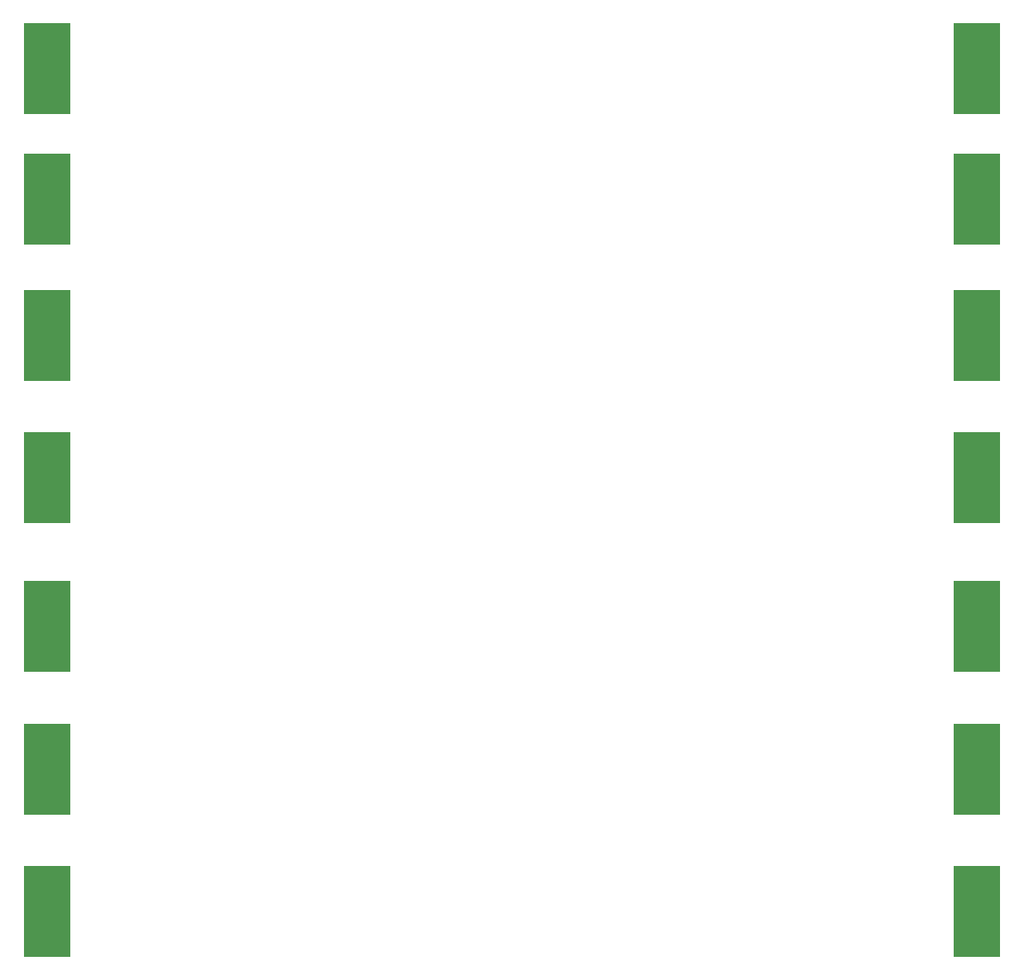
<source format=gbs>
G04 EAGLE Gerber RS-274X export*
G75*
%MOMM*%
%FSLAX34Y34*%
%LPD*%
%INBottom Solder Mask*%
%IPPOS*%
%AMOC8*
5,1,8,0,0,1.08239X$1,22.5*%
G01*
%ADD10C,0.681000*%
%ADD11R,4.699000X9.271000*%


D10*
X985520Y109220D03*
X960120Y109220D03*
X985520Y30480D03*
X960120Y30480D03*
X972820Y30480D03*
X972820Y109220D03*
D11*
X974090Y69850D03*
D10*
X11430Y30480D03*
X36830Y30480D03*
X11430Y109220D03*
X36830Y109220D03*
X24130Y109220D03*
X24130Y30480D03*
D11*
X22860Y69850D03*
D10*
X985520Y255270D03*
X960120Y255270D03*
X985520Y176530D03*
X960120Y176530D03*
X972820Y176530D03*
X972820Y255270D03*
D11*
X974090Y215900D03*
D10*
X11430Y176530D03*
X36830Y176530D03*
X11430Y255270D03*
X36830Y255270D03*
X24130Y255270D03*
X24130Y176530D03*
D11*
X22860Y215900D03*
D10*
X985520Y553720D03*
X960120Y553720D03*
X985520Y474980D03*
X960120Y474980D03*
X972820Y474980D03*
X972820Y553720D03*
D11*
X974090Y514350D03*
D10*
X11430Y474980D03*
X36830Y474980D03*
X11430Y553720D03*
X36830Y553720D03*
X24130Y553720D03*
X24130Y474980D03*
D11*
X22860Y514350D03*
D10*
X985520Y699770D03*
X960120Y699770D03*
X985520Y621030D03*
X960120Y621030D03*
X972820Y621030D03*
X972820Y699770D03*
D11*
X974090Y660400D03*
D10*
X11430Y621030D03*
X36830Y621030D03*
X11430Y699770D03*
X36830Y699770D03*
X24130Y699770D03*
X24130Y621030D03*
D11*
X22860Y660400D03*
D10*
X11430Y760730D03*
X36830Y760730D03*
X11430Y839470D03*
X36830Y839470D03*
X24130Y839470D03*
X24130Y760730D03*
D11*
X22860Y800100D03*
D10*
X985520Y839470D03*
X960120Y839470D03*
X985520Y760730D03*
X960120Y760730D03*
X972820Y760730D03*
X972820Y839470D03*
D11*
X974090Y800100D03*
D10*
X11430Y894080D03*
X36830Y894080D03*
X11430Y972820D03*
X36830Y972820D03*
X24130Y972820D03*
X24130Y894080D03*
D11*
X22860Y933450D03*
D10*
X985520Y972820D03*
X960120Y972820D03*
X985520Y894080D03*
X960120Y894080D03*
X972820Y894080D03*
X972820Y972820D03*
D11*
X974090Y933450D03*
D10*
X11430Y322580D03*
X36830Y322580D03*
X11430Y401320D03*
X36830Y401320D03*
X24130Y401320D03*
X24130Y322580D03*
D11*
X22860Y361950D03*
D10*
X985520Y401320D03*
X960120Y401320D03*
X985520Y322580D03*
X960120Y322580D03*
X972820Y322580D03*
X972820Y401320D03*
D11*
X974090Y361950D03*
M02*

</source>
